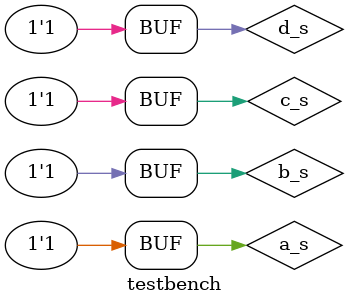
<source format=v>
`timescale 1ns / 1ps

module testbench();

	reg a_s, b_s, c_s, d_s;
	wire F_s, G_s;
	
	circuit1 circuit1_s(F_s, a_s, b_s, c_s, d_s);
	circuit2 circuit2_s(G_s, a_s, b_s, c_s, d_s);

	initial begin
		a_s <= 0; b_s <= 0; c_s <= 0; d_s <= 0;
		#10 a_s <= 0; b_s <= 0; c_s <= 0; d_s <= 1;
		#10 a_s <= 0; b_s <= 0; c_s <= 1; d_s <= 0;
		#10 a_s <= 0; b_s <= 0; c_s <= 1; d_s <= 1;
		#10 a_s <= 0; b_s <= 1; c_s <= 0; d_s <= 0;
		#10 a_s <= 0; b_s <= 1; c_s <= 0; d_s <= 1;
		#10 a_s <= 0; b_s <= 1; c_s <= 1; d_s <= 0;
		#10 a_s <= 0; b_s <= 1; c_s <= 1; d_s <= 1;
		#10 a_s <= 1; b_s <= 0; c_s <= 0; d_s <= 0;
		#10 a_s <= 1; b_s <= 0; c_s <= 0; d_s <= 1;
		#10 a_s <= 1; b_s <= 0; c_s <= 1; d_s <= 0;
		#10 a_s <= 1; b_s <= 0; c_s <= 1; d_s <= 1;
		#10 a_s <= 1; b_s <= 1; c_s <= 0; d_s <= 0;
		#10 a_s <= 1; b_s <= 1; c_s <= 0; d_s <= 1;
		#10 a_s <= 1; b_s <= 1; c_s <= 1; d_s <= 0;
		#10 a_s <= 1; b_s <= 1; c_s <= 1; d_s <= 1;
	end

endmodule

</source>
